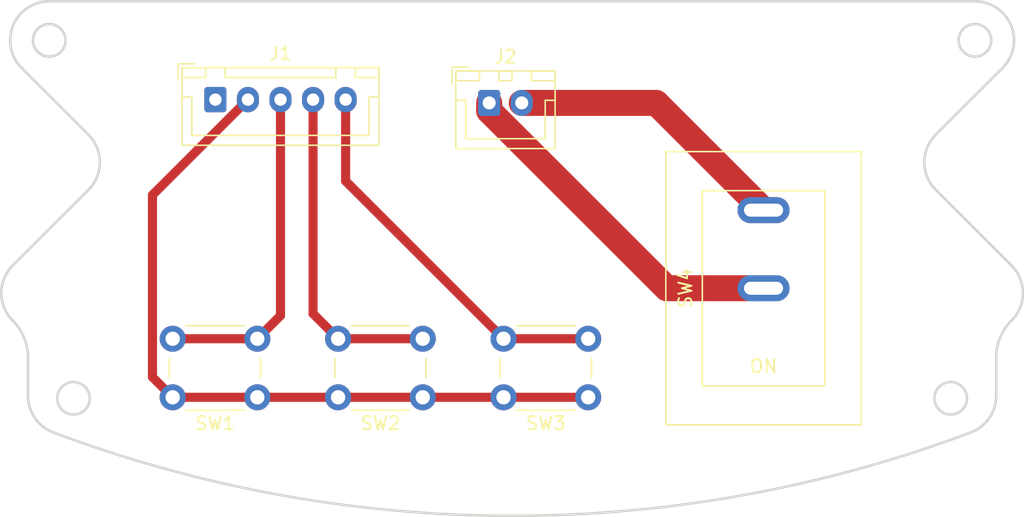
<source format=kicad_pcb>
(kicad_pcb (version 20211014) (generator pcbnew)
  (layers (0 "F.Cu" signal) (31 "B.Cu" signal) (34 "B.Paste" user) (35 "F.Paste" user) (36 "B.SilkS" user "B.Silkscreen") (37 "F.SilkS" user "F.Silkscreen") (38 "B.Mask" user) (39 "F.Mask" user) (44 "Edge.Cuts" user))
  (net 0 "")
  (net 1 "GND")
  (net 2 "+5V")
  (net 3 "SW1")
  (net 4 "SW2")
  (net 5 "SW3")
  (net 6 "+7.5V")
  (footprint "Button_Switch_THT:SW_PUSH_6mm_H5mm" (layer "F.Cu") (at 127.508 135.89 180)
    (fp_text reference "SW1" (at 3.25 -2) (layer "F.SilkS"))
    (fp_text value "SW_DIP_x01")
    (fp_line (start 5.5 -1) (end 1 -1) (layer "F.SilkS") (width 0.12))
    (fp_line (start 1 5.5) (end 5.5 5.5) (layer "F.SilkS") (width 0.12))
    (fp_line (start 6.75 3) (end 6.75 1.5) (layer "F.SilkS") (width 0.12))
    (fp_line (start -0.25 1.5) (end -0.25 3) (layer "F.SilkS") (width 0.12))
    (pad "1" thru_hole circle (at 6.5 0 270) (size 2 2) (drill 1.1) (layers *.Cu *.Mask) (net 2 "+5V"))
    (pad "1" thru_hole circle (at 0 0 270) (size 2 2) (drill 1.1) (layers *.Cu *.Mask) (net 2 "+5V"))
    (pad "2" thru_hole circle (at 6.5 4.5 270) (size 2 2) (drill 1.1) (layers *.Cu *.Mask) (net 3 "SW1"))
    (pad "2" thru_hole circle (at 0 4.5 270) (size 2 2) (drill 1.1) (layers *.Cu *.Mask) (net 3 "SW1"))
  )
  (footprint "Connector_JST:JST_XH_B2B-XH-A_1x02_P2.50mm_Vertical" (layer "F.Cu") (at 145.308 113.267)
    (fp_text reference "J2" (at 1.25 -3.55) (layer "F.SilkS"))
    (fp_text value "Conn_01x02_Female")
    (fp_line (start -1.8 2.75) (end 1.25 2.75) (layer "F.SilkS") (width 0.12))
    (fp_line (start -0.75 -1.7) (end -0.75 -2.45) (layer "F.SilkS") (width 0.12))
    (fp_line (start -2.55 -1.7) (end -0.75 -1.7) (layer "F.SilkS") (width 0.12))
    (fp_line (start 0.75 -2.45) (end 0.75 -1.7) (layer "F.SilkS") (width 0.12))
    (fp_line (start 4.3 2.75) (end 1.25 2.75) (layer "F.SilkS") (width 0.12))
    (fp_line (start -2.85 -2.75) (end -2.85 -1.5) (layer "F.SilkS") (width 0.12))
    (fp_line (start -1.8 -0.2) (end -1.8 2.75) (layer "F.SilkS") (width 0.12))
    (fp_line (start 5.05 -2.45) (end 3.25 -2.45) (layer "F.SilkS") (width 0.12))
    (fp_line (start -2.56 -2.46) (end -2.56 3.51) (layer "F.SilkS") (width 0.12))
    (fp_line (start 5.06 -2.46) (end -2.56 -2.46) (layer "F.SilkS") (width 0.12))
    (fp_line (start 1.75 -2.45) (end 0.75 -2.45) (layer "F.SilkS") (width 0.12))
    (fp_line (start 3.25 -2.45) (end 3.25 -1.7) (layer "F.SilkS") (width 0.12))
    (fp_line (start 5.06 3.51) (end 5.06 -2.46) (layer "F.SilkS") (width 0.12))
    (fp_line (start -2.55 -0.2) (end -1.8 -0.2) (layer "F.SilkS") (width 0.12))
    (fp_line (start 4.3 -0.2) (end 4.3 2.75) (layer "F.SilkS") (width 0.12))
    (fp_line (start 1.75 -1.7) (end 1.75 -2.45) (layer "F.SilkS") (width 0.12))
    (fp_line (start -0.75 -2.45) (end -2.55 -2.45) (layer "F.SilkS") (width 0.12))
    (fp_line (start -1.6 -2.75) (end -2.85 -2.75) (layer "F.SilkS") (width 0.12))
    (fp_line (start 0.75 -1.7) (end 1.75 -1.7) (layer "F.SilkS") (width 0.12))
    (fp_line (start 3.25 -1.7) (end 5.05 -1.7) (layer "F.SilkS") (width 0.12))
    (fp_line (start -2.56 3.51) (end 5.06 3.51) (layer "F.SilkS") (width 0.12))
    (fp_line (start -2.55 -2.45) (end -2.55 -1.7) (layer "F.SilkS") (width 0.12))
    (fp_line (start 5.05 -1.7) (end 5.05 -2.45) (layer "F.SilkS") (width 0.12))
    (fp_line (start 5.05 -0.2) (end 4.3 -0.2) (layer "F.SilkS") (width 0.12))
    (pad "1" thru_hole roundrect (at 0 0) (size 1.7 2) (drill 1) (layers *.Cu *.Mask) (roundrect_rratio 0.147059) (net 1 "GND"))
    (pad "2" thru_hole oval (at 2.5 0) (size 1.7 2) (drill 1) (layers *.Cu *.Mask) (net 6 "+7.5V"))
  )
  (footprint "Connector_JST:JST_XH_B5B-XH-A_1x05_P2.50mm_Vertical" (layer "F.Cu") (at 124.286 113.013)
    (fp_text reference "J1" (at 5 -3.55) (layer "F.SilkS"))
    (fp_text value "Conn_01x05_Female")
    (fp_line (start -2.56 -2.46) (end -2.56 3.51) (layer "F.SilkS") (width 0.12))
    (fp_line (start -1.6 -2.75) (end -2.85 -2.75) (layer "F.SilkS") (width 0.12))
    (fp_line (start 11.8 -0.2) (end 11.8 2.75) (layer "F.SilkS") (width 0.12))
    (fp_line (start 0.75 -1.7) (end 9.25 -1.7) (layer "F.SilkS") (width 0.12))
    (fp_line (start -2.55 -1.7) (end -0.75 -1.7) (layer "F.SilkS") (width 0.12))
    (fp_line (start 9.25 -1.7) (end 9.25 -2.45) (layer "F.SilkS") (width 0.12))
    (fp_line (start 11.8 2.75) (end 5 2.75) (layer "F.SilkS") (width 0.12))
    (fp_line (start 10.75 -2.45) (end 10.75 -1.7) (layer "F.SilkS") (width 0.12))
    (fp_line (start -2.85 -2.75) (end -2.85 -1.5) (layer "F.SilkS") (width 0.12))
    (fp_line (start 12.55 -2.45) (end 10.75 -2.45) (layer "F.SilkS") (width 0.12))
    (fp_line (start -2.55 -2.45) (end -2.55 -1.7) (layer "F.SilkS") (width 0.12))
    (fp_line (start -1.8 2.75) (end 5 2.75) (layer "F.SilkS") (width 0.12))
    (fp_line (start -2.55 -0.2) (end -1.8 -0.2) (layer "F.SilkS") (width 0.12))
    (fp_line (start -2.56 3.51) (end 12.56 3.51) (layer "F.SilkS") (width 0.12))
    (fp_line (start 9.25 -2.45) (end 0.75 -2.45) (layer "F.SilkS") (width 0.12))
    (fp_line (start 12.55 -0.2) (end 11.8 -0.2) (layer "F.SilkS") (width 0.12))
    (fp_line (start 12.56 -2.46) (end -2.56 -2.46) (layer "F.SilkS") (width 0.12))
    (fp_line (start -0.75 -2.45) (end -2.55 -2.45) (layer "F.SilkS") (width 0.12))
    (fp_line (start 10.75 -1.7) (end 12.55 -1.7) (layer "F.SilkS") (width 0.12))
    (fp_line (start 0.75 -2.45) (end 0.75 -1.7) (layer "F.SilkS") (width 0.12))
    (fp_line (start -1.8 -0.2) (end -1.8 2.75) (layer "F.SilkS") (width 0.12))
    (fp_line (start 12.56 3.51) (end 12.56 -2.46) (layer "F.SilkS") (width 0.12))
    (fp_line (start 12.55 -1.7) (end 12.55 -2.45) (layer "F.SilkS") (width 0.12))
    (fp_line (start -0.75 -1.7) (end -0.75 -2.45) (layer "F.SilkS") (width 0.12))
    (pad "1" thru_hole roundrect (at 0 0) (size 1.7 1.95) (drill 0.95) (layers *.Cu *.Mask) (roundrect_rratio 0.147059) (net 1 "GND"))
    (pad "2" thru_hole oval (at 2.5 0) (size 1.7 1.95) (drill 0.95) (layers *.Cu *.Mask) (net 2 "+5V"))
    (pad "3" thru_hole oval (at 5 0) (size 1.7 1.95) (drill 0.95) (layers *.Cu *.Mask) (net 3 "SW1"))
    (pad "4" thru_hole oval (at 7.5 0) (size 1.7 1.95) (drill 0.95) (layers *.Cu *.Mask) (net 4 "SW2"))
    (pad "5" thru_hole oval (at 10 0) (size 1.7 1.95) (drill 0.95) (layers *.Cu *.Mask) (net 5 "SW3"))
  )
  (footprint "Button_Switch_THT:SW_PUSH_6mm_H5mm" (layer "F.Cu") (at 140.208 135.89 180)
    (fp_text reference "SW2" (at 3.25 -2) (layer "F.SilkS"))
    (fp_text value "SW_DIP_x01")
    (fp_line (start 1 5.5) (end 5.5 5.5) (layer "F.SilkS") (width 0.12))
    (fp_line (start 5.5 -1) (end 1 -1) (layer "F.SilkS") (width 0.12))
    (fp_line (start -0.25 1.5) (end -0.25 3) (layer "F.SilkS") (width 0.12))
    (fp_line (start 6.75 3) (end 6.75 1.5) (layer "F.SilkS") (width 0.12))
    (pad "1" thru_hole circle (at 6.5 0 270) (size 2 2) (drill 1.1) (layers *.Cu *.Mask) (net 2 "+5V"))
    (pad "1" thru_hole circle (at 0 0 270) (size 2 2) (drill 1.1) (layers *.Cu *.Mask) (net 2 "+5V"))
    (pad "2" thru_hole circle (at 0 4.5 270) (size 2 2) (drill 1.1) (layers *.Cu *.Mask) (net 4 "SW2"))
    (pad "2" thru_hole circle (at 6.5 4.5 270) (size 2 2) (drill 1.1) (layers *.Cu *.Mask) (net 4 "SW2"))
  )
  (footprint "Lib:DS-850k" (layer "F.Cu") (at 166.37 127.508 -90)
    (fp_text reference "SW4" (at 0 6 90) (layer "F.SilkS"))
    (fp_text value "SW_DIP_x01")
    (fp_text user "ON" (at 6 0) (layer "F.SilkS"))
    (fp_line (start 7.5 4.7) (end 7.5 0) (layer "F.SilkS") (width 0.12))
    (fp_line (start -7.5 -4.7) (end -7.5 4.7) (layer "F.SilkS") (width 0.12))
    (fp_line (start -7.5 4.7) (end 7.5 4.7) (layer "F.SilkS") (width 0.12))
    (fp_line (start 10.5 0) (end 10.5 -7.5) (layer "F.SilkS") (width 0.12))
    (fp_line (start 7.5 -4.7) (end -7.5 -4.7) (layer "F.SilkS") (width 0.12))
    (fp_line (start -10.5 7.5) (end 10.5 7.5) (layer "F.SilkS") (width 0.12))
    (fp_line (start 10.5 7.5) (end 10.5 0) (layer "F.SilkS") (width 0.12))
    (fp_line (start -10.5 -7.5) (end -10.5 7.5) (layer "F.SilkS") (width 0.12))
    (fp_line (start 7.5 0) (end 7.5 -4.7) (layer "F.SilkS") (width 0.12))
    (fp_line (start 10.5 -7.5) (end -10.5 -7.5) (layer "F.SilkS") (width 0.12))
    (pad "1" thru_hole oval locked (at 0 0) (size 4 2) (drill oval 3 1) (layers *.Cu *.Mask) (net 1 "GND"))
    (pad "2" thru_hole oval locked (at -6 0) (size 4 2) (drill oval 3 1) (layers *.Cu *.Mask) (net 6 "+7.5V"))
  )
  (footprint "Button_Switch_THT:SW_PUSH_6mm_H5mm" (layer "F.Cu") (at 152.908 135.89 180)
    (fp_text reference "SW3" (at 3.25 -2) (layer "F.SilkS"))
    (fp_text value "SW_DIP_x01")
    (fp_line (start 5.5 -1) (end 1 -1) (layer "F.SilkS") (width 0.12))
    (fp_line (start 1 5.5) (end 5.5 5.5) (layer "F.SilkS") (width 0.12))
    (fp_line (start -0.25 1.5) (end -0.25 3) (layer "F.SilkS") (width 0.12))
    (fp_line (start 6.75 3) (end 6.75 1.5) (layer "F.SilkS") (width 0.12))
    (pad "1" thru_hole circle (at 6.5 0 270) (size 2 2) (drill 1.1) (layers *.Cu *.Mask) (net 2 "+5V"))
    (pad "1" thru_hole circle (at 0 0 270) (size 2 2) (drill 1.1) (layers *.Cu *.Mask) (net 2 "+5V"))
    (pad "2" thru_hole circle (at 0 4.5 270) (size 2 2) (drill 1.1) (layers *.Cu *.Mask) (net 5 "SW3"))
    (pad "2" thru_hole circle (at 6.5 4.5 270) (size 2 2) (drill 1.1) (layers *.Cu *.Mask) (net 5 "SW3"))
  )
  (gr_circle (center 180.737484 135.964323) (end 181.987484 135.964323) (layer "Edge.Cuts") (width 0.2) (fill none))
  (gr_line (start 109.412564 110.580179) (end 114.539088 115.706703) (layer "Edge.Cuts") (width 0.2))
  (gr_arc (start 184.229538 132.828611) (mid 184.534027 131.297882) (end 185.401111 130.000184) (layer "Edge.Cuts") (width 0.2))
  (gr_line (start 185.401111 125.757543) (end 179.592912 119.949344) (layer "Edge.Cuts") (width 0.2))
  (gr_line (start 114.539088 119.949344) (end 108.730889 125.757543) (layer "Edge.Cuts") (width 0.2))
  (gr_arc (start 108.730889 130.000184) (mid 109.59798 131.297877) (end 109.902462 132.828611) (layer "Edge.Cuts") (width 0.2))
  (gr_line (start 184.229538 135.780675) (end 184.229538 132.828611) (layer "Edge.Cuts") (width 0.2))
  (gr_arc (start 109.412564 110.580179) (mid 108.762246 107.310809) (end 111.533884 105.458859) (layer "Edge.Cuts") (width 0.2))
  (gr_arc (start 182.286142 138.588448) (mid 147.066 144.996025) (end 111.845858 138.588448) (layer "Edge.Cuts") (width 0.2))
  (gr_arc (start 184.229538 135.780675) (mid 183.696321 137.488069) (end 182.286142 138.588448) (layer "Edge.Cuts") (width 0.2))
  (gr_arc (start 114.539088 115.706703) (mid 115.417768 117.828024) (end 114.539088 119.949344) (layer "Edge.Cuts") (width 0.2))
  (gr_line (start 182.598116 105.458859) (end 111.533884 105.458859) (layer "Edge.Cuts") (width 0.2))
  (gr_arc (start 108.730889 130.000184) (mid 107.852209 127.878864) (end 108.730889 125.757543) (layer "Edge.Cuts") (width 0.2))
  (gr_line (start 179.592912 115.706703) (end 184.719436 110.580179) (layer "Edge.Cuts") (width 0.2))
  (gr_arc (start 185.401111 125.757543) (mid 186.279792 127.878864) (end 185.401111 130.000184) (layer "Edge.Cuts") (width 0.2))
  (gr_circle (center 113.394516 135.964323) (end 114.644516 135.964323) (layer "Edge.Cuts") (width 0.2) (fill none))
  (gr_line (start 109.902462 132.828611) (end 109.902462 135.780675) (layer "Edge.Cuts") (width 0.2))
  (gr_circle (center 111.533884 108.458859) (end 112.783884 108.458859) (layer "Edge.Cuts") (width 0.2) (fill none))
  (gr_arc (start 182.598116 105.458859) (mid 185.369755 107.310807) (end 184.719436 110.580179) (layer "Edge.Cuts") (width 0.2))
  (gr_arc (start 179.592912 119.949344) (mid 178.714233 117.828024) (end 179.592912 115.706703) (layer "Edge.Cuts") (width 0.2))
  (gr_arc (start 111.845858 138.588448) (mid 110.435702 137.48804) (end 109.902462 135.780675) (layer "Edge.Cuts") (width 0.2))
  (gr_circle (center 182.598116 108.458859) (end 183.848116 108.458859) (layer "Edge.Cuts") (width 0.2) (fill none))
  (segment (start 158.938409 127.508) (end 166.37 127.508) (width 2) (layer "F.Cu") (net 1))
  (segment (start 145.308 113.877591) (end 158.938409 127.508) (width 2) (layer "F.Cu") (net 1))
  (segment (start 145.308 113.267) (end 145.308 113.877591) (width 2) (layer "F.Cu") (net 1))
  (segment (start 119.458489 120.340511) (end 119.458489 134.340489) (width 0.7) (layer "F.Cu") (net 2))
  (segment (start 126.786 113.013) (end 119.458489 120.340511) (width 0.7) (layer "F.Cu") (net 2))
  (segment (start 121.008 135.89) (end 152.908 135.89) (width 0.7) (layer "F.Cu") (net 2))
  (segment (start 119.458489 134.340489) (end 121.008 135.89) (width 0.7) (layer "F.Cu") (net 2))
  (segment (start 129.286 113.013) (end 129.286 129.612) (width 0.7) (layer "F.Cu") (net 3))
  (segment (start 127.508 131.39) (end 121.008 131.39) (width 0.7) (layer "F.Cu") (net 3))
  (segment (start 129.286 129.612) (end 127.508 131.39) (width 0.7) (layer "F.Cu") (net 3))
  (segment (start 131.786 129.468) (end 133.708 131.39) (width 0.7) (layer "F.Cu") (net 4))
  (segment (start 131.786 113.013) (end 131.786 129.468) (width 0.7) (layer "F.Cu") (net 4))
  (segment (start 133.708 131.39) (end 140.208 131.39) (width 0.7) (layer "F.Cu") (net 4))
  (segment (start 134.286 119.268) (end 146.408 131.39) (width 0.7) (layer "F.Cu") (net 5))
  (segment (start 146.408 131.39) (end 152.908 131.39) (width 0.7) (layer "F.Cu") (net 5))
  (segment (start 134.286 113.013) (end 134.286 119.268) (width 0.7) (layer "F.Cu") (net 5))
  (segment (start 158.129 113.267) (end 166.37 121.508) (width 2) (layer "F.Cu") (net 6))
  (segment (start 147.808 113.267) (end 158.129 113.267) (width 2) (layer "F.Cu") (net 6))
)
</source>
